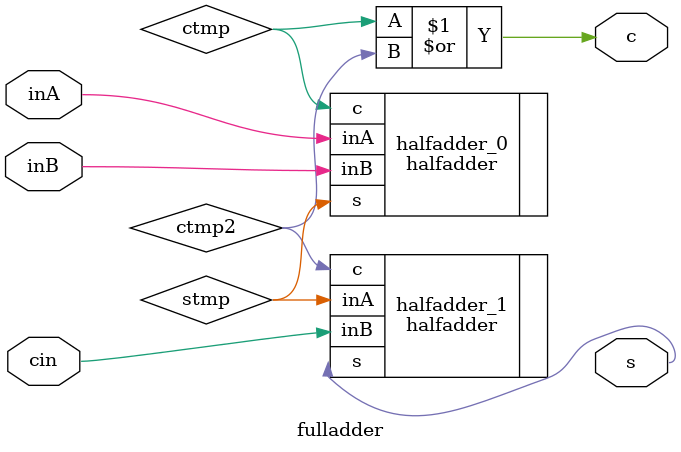
<source format=v>
`timescale 1ns / 1ps

module fulladder (
    input wire inA,
    input wire inB,
    input wire cin,
    output wire s,
    output wire c
);
    wire stmp;
    wire ctmp;
    wire ctmp2;
    
    halfadder halfadder_0 (
        .inA(inA),
        .inB(inB),
        .s(stmp),
        .c(ctmp)
    );
    
    halfadder halfadder_1 (
        .inA(stmp),
        .inB(cin),
        .s(s),
        .c(ctmp2)
    );
   
    assign c=ctmp|ctmp2;
endmodule

</source>
